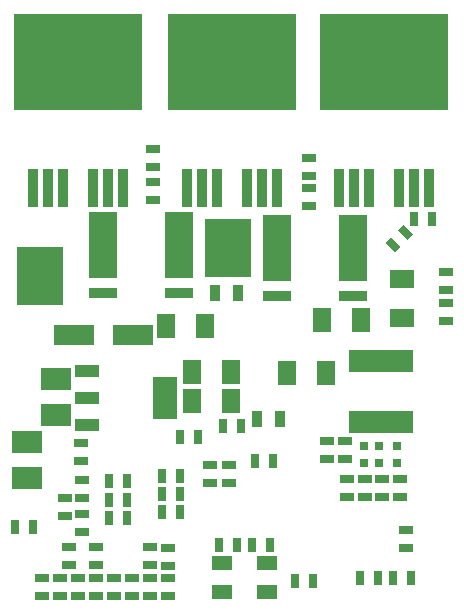
<source format=gbp>
%FSLAX46Y46*%
G04 Gerber Fmt 4.6, Leading zero omitted, Abs format (unit mm)*
G04 Created by KiCad (PCBNEW (2014-08-31 BZR 5107)-product) date tis  2 sep 2014 11:45:10*
%MOMM*%
G01*
G04 APERTURE LIST*
%ADD10C,0.150000*%
%ADD11R,2.032000X3.657600*%
%ADD12R,2.032000X1.016000*%
%ADD13R,1.524000X2.032000*%
%ADD14R,2.032000X1.524000*%
%ADD15R,0.889000X1.397000*%
%ADD16R,1.143000X0.635000*%
%ADD17R,0.635000X1.143000*%
%ADD18R,2.499360X1.950720*%
%ADD19R,5.499100X1.849120*%
%ADD20R,0.797560X0.797560*%
%ADD21R,3.500120X1.800860*%
%ADD22R,4.000000X5.000000*%
%ADD23R,10.800080X8.150860*%
%ADD24R,0.899160X3.200400*%
%ADD25R,2.438400X5.588000*%
%ADD26R,2.438400X0.889000*%
%ADD27R,1.800860X1.198880*%
G04 APERTURE END LIST*
D10*
D11*
X92202000Y-118364000D03*
D12*
X85598000Y-118364000D03*
X85598000Y-116078000D03*
X85598000Y-120650000D03*
D13*
X105537000Y-111760000D03*
X108839000Y-111760000D03*
D14*
X112268000Y-111633000D03*
X112268000Y-108331000D03*
D13*
X102549000Y-116300000D03*
X105851000Y-116300000D03*
D15*
X98361500Y-109474000D03*
X96456500Y-109474000D03*
D16*
X83700000Y-126838000D03*
X83700000Y-128362000D03*
D17*
X113030000Y-133604000D03*
X111506000Y-133604000D03*
D16*
X81788000Y-133604000D03*
X81788000Y-135128000D03*
X92456000Y-132588000D03*
X92456000Y-131064000D03*
X90900000Y-132562000D03*
X90900000Y-131038000D03*
X86350000Y-132562000D03*
X86350000Y-131038000D03*
X96012000Y-124079000D03*
X96012000Y-125603000D03*
D17*
X96774000Y-130810000D03*
X98298000Y-130810000D03*
D16*
X107600000Y-126762000D03*
X107600000Y-125238000D03*
X97663000Y-125603000D03*
X97663000Y-124079000D03*
D15*
X100012500Y-120142000D03*
X101917500Y-120142000D03*
D16*
X105918000Y-123571000D03*
X105918000Y-122047000D03*
X85090000Y-123698000D03*
X85090000Y-122174000D03*
D18*
X80550000Y-125174000D03*
X80550000Y-122126000D03*
D17*
X103251000Y-133858000D03*
X104775000Y-133858000D03*
D16*
X112649000Y-129540000D03*
X112649000Y-131064000D03*
D18*
X83000000Y-116776000D03*
X83000000Y-119824000D03*
D17*
X101092000Y-130810000D03*
X99568000Y-130810000D03*
D13*
X92329000Y-112268000D03*
X95631000Y-112268000D03*
X94488000Y-116205000D03*
X97790000Y-116205000D03*
X94488000Y-118618000D03*
X97790000Y-118618000D03*
D19*
X110490000Y-120431560D03*
X110490000Y-115280440D03*
D16*
X107442000Y-123571000D03*
X107442000Y-122047000D03*
D20*
X111887000Y-123939300D03*
X111887000Y-122440700D03*
X110363000Y-123939300D03*
X110363000Y-122440700D03*
X109050000Y-123949300D03*
X109050000Y-122450700D03*
D21*
X84495640Y-113030000D03*
X89494360Y-113030000D03*
D22*
X81661000Y-108077000D03*
X97536000Y-105664000D03*
D23*
X110744000Y-89984580D03*
D24*
X114554000Y-100586540D03*
X113284000Y-100586540D03*
X112014000Y-100586540D03*
X109474000Y-100586540D03*
X108204000Y-100586540D03*
X106934000Y-100586540D03*
D23*
X97917000Y-89984580D03*
D24*
X101727000Y-100586540D03*
X100457000Y-100586540D03*
X99187000Y-100586540D03*
X96647000Y-100586540D03*
X95377000Y-100586540D03*
X94107000Y-100586540D03*
D23*
X84836000Y-89984580D03*
D24*
X88646000Y-100586540D03*
X87376000Y-100586540D03*
X86106000Y-100586540D03*
X83566000Y-100586540D03*
X82296000Y-100586540D03*
X81026000Y-100586540D03*
D16*
X85200000Y-125338000D03*
X85200000Y-126862000D03*
X85200000Y-129762000D03*
X85200000Y-128238000D03*
D17*
X110236000Y-133604000D03*
X108712000Y-133604000D03*
X81012000Y-129300000D03*
X79488000Y-129300000D03*
D16*
X83312000Y-135128000D03*
X83312000Y-133604000D03*
X86360000Y-135128000D03*
X86360000Y-133604000D03*
X89408000Y-135128000D03*
X89408000Y-133604000D03*
X92456000Y-135128000D03*
X92456000Y-133604000D03*
X90932000Y-135128000D03*
X90932000Y-133604000D03*
X87884000Y-135128000D03*
X87884000Y-133604000D03*
X84836000Y-135128000D03*
X84836000Y-133604000D03*
D17*
X101346000Y-123698000D03*
X99822000Y-123698000D03*
X98679000Y-120777000D03*
X97155000Y-120777000D03*
X93472000Y-121666000D03*
X94996000Y-121666000D03*
D16*
X109100000Y-125238000D03*
X109100000Y-126762000D03*
D17*
X87503000Y-128524000D03*
X89027000Y-128524000D03*
X93462000Y-128050000D03*
X91938000Y-128050000D03*
X87503000Y-127000000D03*
X89027000Y-127000000D03*
X93462000Y-126550000D03*
X91938000Y-126550000D03*
X114808000Y-103251000D03*
X113284000Y-103251000D03*
D10*
G36*
X111690790Y-106067433D02*
X110882567Y-105259210D01*
X111331580Y-104810197D01*
X112139803Y-105618420D01*
X111690790Y-106067433D01*
X111690790Y-106067433D01*
G37*
G36*
X112768420Y-104989803D02*
X111960197Y-104181580D01*
X112409210Y-103732567D01*
X113217433Y-104540790D01*
X112768420Y-104989803D01*
X112768420Y-104989803D01*
G37*
D17*
X87488000Y-125450000D03*
X89012000Y-125450000D03*
X93462000Y-125050000D03*
X91938000Y-125050000D03*
D16*
X104394000Y-100584000D03*
X104394000Y-102108000D03*
X104394000Y-98044000D03*
X104394000Y-99568000D03*
X112100000Y-125238000D03*
X112100000Y-126762000D03*
X110600000Y-125238000D03*
X110600000Y-126762000D03*
X91186000Y-100076000D03*
X91186000Y-101600000D03*
X91186000Y-97282000D03*
X91186000Y-98806000D03*
D25*
X101663500Y-105664000D03*
X108140500Y-105664000D03*
D26*
X101663500Y-109791500D03*
X108140500Y-109791500D03*
D25*
X86931500Y-105410000D03*
X93408500Y-105410000D03*
D26*
X86931500Y-109537500D03*
X93408500Y-109537500D03*
D27*
X97033080Y-134853680D03*
X97033080Y-132354320D03*
X100832920Y-132354320D03*
X100832920Y-134853680D03*
D16*
X116000000Y-110338000D03*
X116000000Y-111862000D03*
X116000000Y-109262000D03*
X116000000Y-107738000D03*
X84050000Y-132562000D03*
X84050000Y-131038000D03*
M02*

</source>
